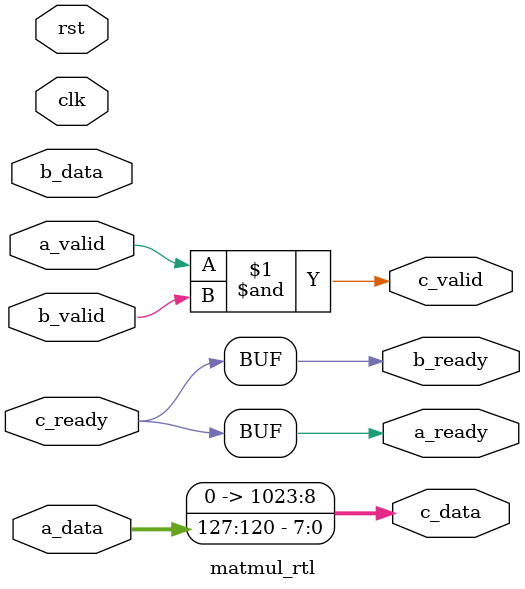
<source format=sv>

module matmul_rtl #(
    parameter PE = 32,
    parameter SIMD = 16,
    parameter DATA_WIDTH = 8,
    parameter ACCUM_WIDTH = 32
) (
    input wire clk,
    input wire rst,
    
    // Input matrix A stream
    input wire [DATA_WIDTH*SIMD-1:0] a_data,
    input wire a_valid,
    output wire a_ready,
    
    // Input matrix B stream  
    input wire [DATA_WIDTH*SIMD-1:0] b_data,
    input wire b_valid,
    output wire b_ready,
    
    // Output matrix C stream
    output wire [ACCUM_WIDTH*PE-1:0] c_data,
    output wire c_valid,
    input wire c_ready
);

    // Placeholder implementation
    // Real implementation would have:
    // - Systolic array for matrix multiplication
    // - Streaming buffers for data alignment
    // - PE array with configurable parallelism
    // - Accumulation logic with proper bit widths
    
    // Simple passthrough for demonstration
    assign c_data = {{(PE-1)*ACCUM_WIDTH{1'b0}}, a_data[DATA_WIDTH*SIMD-1:DATA_WIDTH*(SIMD-1)]};
    assign c_valid = a_valid & b_valid;
    assign a_ready = c_ready;
    assign b_ready = c_ready;

endmodule
</source>
